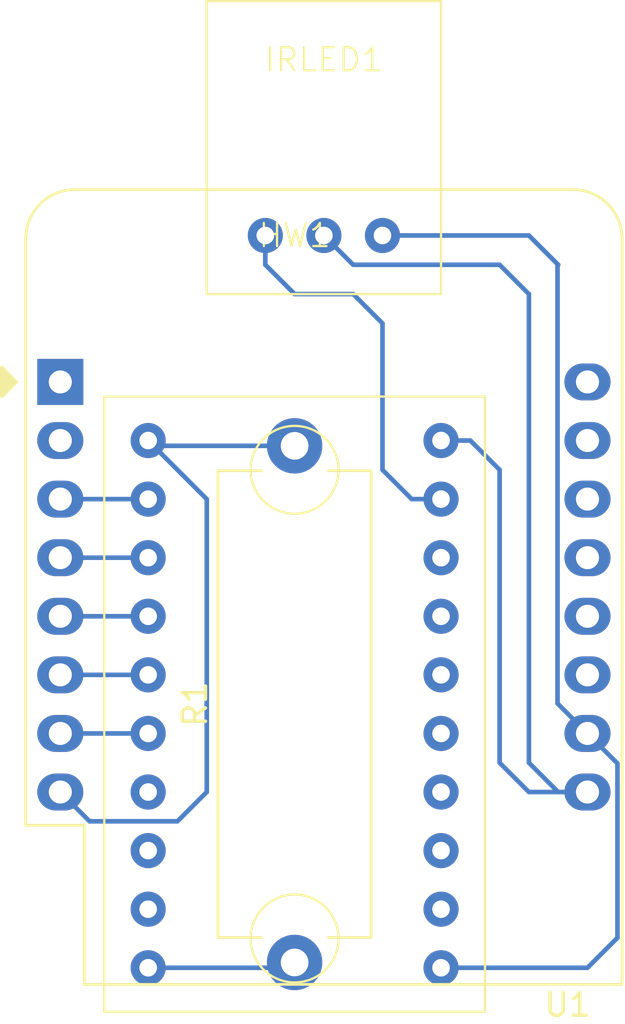
<source format=kicad_pcb>
(kicad_pcb (version 20221018) (generator pcbnew)
  (layers (0 "F.Cu" signal) (31 "B.Cu" signal) (34 "B.Paste" user) (35 "F.Paste" user) (36 "B.SilkS" user "B.Silkscreen") (37 "F.SilkS" user "F.Silkscreen") (38 "B.Mask" user) (39 "F.Mask" user) (44 "Edge.Cuts" user))
  (net 0 "")
  (net 1 "GND")
  (net 2 "+5V")
  (net 3 "Net-(U1-3V3)")
  (net 6 "Net-(U1-D0)")
  (net 7 "Net-(U1-SCK{slash}D5)")
  (net 8 "Net-(U1-MISO{slash}D6)")
  (net 9 "Net-(U1-MOSI{slash}D7)")
  (net 10 "Net-(U1-CS{slash}D8)")
  (net 17 "Net-(HW1-PadB1)")
  (net 18 "Net-(HW1-PadOE)")
  (footprint "Resistor_THT:R_Axial_Power_L20.0mm_W6.4mm_P22.40mm" (layer "F.Cu") (at 121.92 112.8 90)
    (fp_text reference "R1" (at 11.2 -4.32 90) (layer "F.SilkS"))
    (fp_text value "R_US")
    (fp_line (start 1.08 -3.32) (end 21.32 -3.32) (stroke (width 0.12)) (layer "F.SilkS"))
    (fp_line (start 1.08 -1.44) (end 1.08 -3.32) (stroke (width 0.12)) (layer "F.SilkS"))
    (fp_line (start 1.08 1.44) (end 1.08 3.32) (stroke (width 0.12)) (layer "F.SilkS"))
    (fp_line (start 1.08 3.32) (end 21.32 3.32) (stroke (width 0.12)) (layer "F.SilkS"))
    (fp_line (start 21.32 -3.32) (end 21.32 -1.44) (stroke (width 0.12)) (layer "F.SilkS"))
    (fp_line (start 21.32 3.32) (end 21.32 1.44) (stroke (width 0.12)) (layer "F.SilkS"))
    (pad "1" thru_hole circle (at 0 0 90) (size 2.4 2.4) (drill 1.2) (layers "*.Cu" "*.Mask") (net 18 "Net-(HW1-PadOE)"))
    (pad "2" thru_hole oval (at 22.4 0 90) (size 2.4 2.4) (drill 1.2) (layers "*.Cu" "*.Mask") (net 3 "Net-(U1-3V3)"))
  )
  (footprint "Module:WEMOS_D1_mini_light" (layer "F.Cu") (at 111.76 87.63)
    (fp_text reference "U1" (at 22 27) (layer "F.SilkS"))
    (fp_text value "WeMos_D1_mini")
    (fp_line (start -1.5 19.22) (end -1.5 -6.21) (stroke (width 0.12)) (layer "F.SilkS"))
    (fp_line (start -1.5 19.22) (end 1.04 19.22) (stroke (width 0.12)) (layer "F.SilkS"))
    (fp_line (start 1.04 19.22) (end 1.04 26.12) (stroke (width 0.12)) (layer "F.SilkS"))
    (fp_line (start 1.04 26.12) (end 24.36 26.12) (stroke (width 0.12)) (layer "F.SilkS"))
    (fp_line (start 22.24 -8.34) (end 0.63 -8.34) (stroke (width 0.12)) (layer "F.SilkS"))
    (fp_line (start 24.36 26.12) (end 24.36 -6.21) (stroke (width 0.12)) (layer "F.SilkS"))
    (fp_arc (start -1.5 -6.21) (mid -0.876137 -7.716137) (end 0.63 -8.34) (stroke (width 0.12)) (layer "F.SilkS"))
    (fp_arc (start 22.23 -8.34) (mid 23.736137 -7.716137) (end 24.36 -6.21) (stroke (width 0.12)) (layer "F.SilkS"))
    (fp_poly (pts (xy -2.54 -0.635) (xy -2.54 0.635) (xy -1.905 0)) (stroke (width 0.15)) (fill solid) (layer "F.SilkS"))
    (pad "1" thru_hole rect (at 0 0) (size 2 2) (drill 1) (layers "*.Cu" "*.Mask"))
    (pad "2" thru_hole oval (at 0 2.54) (size 2 1.6) (drill 1) (layers "*.Cu" "*.Mask"))
    (pad "3" thru_hole oval (at 0 5.08) (size 2 1.6) (drill 1) (layers "*.Cu" "*.Mask") (net 6 "Net-(U1-D0)"))
    (pad "4" thru_hole oval (at 0 7.62) (size 2 1.6) (drill 1) (layers "*.Cu" "*.Mask") (net 7 "Net-(U1-SCK{slash}D5)"))
    (pad "5" thru_hole oval (at 0 10.16) (size 2 1.6) (drill 1) (layers "*.Cu" "*.Mask") (net 8 "Net-(U1-MISO{slash}D6)"))
    (pad "6" thru_hole oval (at 0 12.7) (size 2 1.6) (drill 1) (layers "*.Cu" "*.Mask") (net 9 "Net-(U1-MOSI{slash}D7)"))
    (pad "7" thru_hole oval (at 0 15.24) (size 2 1.6) (drill 1) (layers "*.Cu" "*.Mask") (net 10 "Net-(U1-CS{slash}D8)"))
    (pad "8" thru_hole oval (at 0 17.78) (size 2 1.6) (drill 1) (layers "*.Cu" "*.Mask") (net 3 "Net-(U1-3V3)"))
    (pad "9" thru_hole oval (at 22.86 17.78) (size 2 1.6) (drill 1) (layers "*.Cu" "*.Mask") (net 2 "+5V"))
    (pad "10" thru_hole oval (at 22.86 15.24) (size 2 1.6) (drill 1) (layers "*.Cu" "*.Mask") (net 1 "GND"))
    (pad "11" thru_hole oval (at 22.86 12.7) (size 2 1.6) (drill 1) (layers "*.Cu" "*.Mask"))
    (pad "12" thru_hole oval (at 22.86 10.16) (size 2 1.6) (drill 1) (layers "*.Cu" "*.Mask"))
    (pad "13" thru_hole oval (at 22.86 7.62) (size 2 1.6) (drill 1) (layers "*.Cu" "*.Mask"))
    (pad "14" thru_hole oval (at 22.86 5.08) (size 2 1.6) (drill 1) (layers "*.Cu" "*.Mask"))
    (pad "15" thru_hole oval (at 22.86 2.54) (size 2 1.6) (drill 1) (layers "*.Cu" "*.Mask"))
    (pad "16" thru_hole oval (at 22.86 0) (size 2 1.6) (drill 1) (layers "*.Cu" "*.Mask"))
  )
  (footprint "Library:IRLED" (layer "F.Cu") (at 123.19 81.28)
    (fp_text reference "IRLED1" (at 0 -7.62 unlocked) (layer "F.SilkS") (effects (font (thickness 0.1))))
    (fp_text value "~")
    (fp_rect (start -5.08 -10.16) (end 5.08 2.54) (stroke (width 0.1)) (fill none) (layer "F.SilkS"))
    (pad "DAT" thru_hole circle (at -2.54 0) (size 1.524 1.524) (drill 0.762) (layers "*.Cu" "*.Mask") (net 17 "Net-(HW1-PadB1)"))
    (pad "GND" thru_hole circle (at 2.54 0) (size 1.524 1.524) (drill 0.762) (layers "*.Cu" "*.Mask") (net 1 "GND"))
    (pad "VCC" thru_hole circle (at 0 0) (size 1.524 1.524) (drill 0.762) (layers "*.Cu" "*.Mask") (net 2 "+5V"))
  )
  (footprint "Library:HW221" (layer "F.Cu") (at 121.92 101.6)
    (fp_text reference "HW1" (at 0 -20.32 unlocked) (layer "F.SilkS") (effects (font (thickness 0.1))))
    (fp_text value "~")
    (fp_rect (start -8.255 -13.335) (end 8.255 13.335) (stroke (width 0.1)) (fill none) (layer "F.SilkS"))
    (fp_circle (center 0 -10.16) (end 0 -8.255) (stroke (width 0.1)) (fill none) (layer "F.SilkS"))
    (fp_circle (center 0 10.16) (end 0 12.065) (stroke (width 0.1)) (fill none) (layer "F.SilkS"))
    (pad "A1" thru_hole circle (at -6.35 -8.89) (size 1.524 1.524) (drill 0.762) (layers "*.Cu" "*.Mask") (net 6 "Net-(U1-D0)"))
    (pad "A2" thru_hole circle (at -6.35 -6.35) (size 1.524 1.524) (drill 0.762) (layers "*.Cu" "*.Mask") (net 7 "Net-(U1-SCK{slash}D5)"))
    (pad "A3" thru_hole circle (at -6.35 -3.81) (size 1.524 1.524) (drill 0.762) (layers "*.Cu" "*.Mask") (net 8 "Net-(U1-MISO{slash}D6)"))
    (pad "A4" thru_hole circle (at -6.35 -1.27) (size 1.524 1.524) (drill 0.762) (layers "*.Cu" "*.Mask") (net 9 "Net-(U1-MOSI{slash}D7)"))
    (pad "A5" thru_hole circle (at -6.35 1.27) (size 1.524 1.524) (drill 0.762) (layers "*.Cu" "*.Mask") (net 10 "Net-(U1-CS{slash}D8)"))
    (pad "A6" thru_hole circle (at -6.35 3.81) (size 1.524 1.524) (drill 0.762) (layers "*.Cu" "*.Mask"))
    (pad "A7" thru_hole circle (at -6.35 6.35) (size 1.524 1.524) (drill 0.762) (layers "*.Cu" "*.Mask"))
    (pad "A8" thru_hole circle (at -6.35 8.89) (size 1.524 1.524) (drill 0.762) (layers "*.Cu" "*.Mask"))
    (pad "B1" thru_hole circle (at 6.35 -8.89) (size 1.524 1.524) (drill 0.762) (layers "*.Cu" "*.Mask") (net 17 "Net-(HW1-PadB1)"))
    (pad "B2" thru_hole circle (at 6.35 -6.35) (size 1.524 1.524) (drill 0.762) (layers "*.Cu" "*.Mask"))
    (pad "B3" thru_hole circle (at 6.35 -3.81) (size 1.524 1.524) (drill 0.762) (layers "*.Cu" "*.Mask"))
    (pad "B4" thru_hole circle (at 6.35 -1.27) (size 1.524 1.524) (drill 0.762) (layers "*.Cu" "*.Mask"))
    (pad "B5" thru_hole circle (at 6.35 1.27) (size 1.524 1.524) (drill 0.762) (layers "*.Cu" "*.Mask"))
    (pad "B6" thru_hole circle (at 6.35 3.81) (size 1.524 1.524) (drill 0.762) (layers "*.Cu" "*.Mask"))
    (pad "B7" thru_hole circle (at 6.35 6.35) (size 1.524 1.524) (drill 0.762) (layers "*.Cu" "*.Mask"))
    (pad "B8" thru_hole circle (at 6.35 8.89) (size 1.524 1.524) (drill 0.762) (layers "*.Cu" "*.Mask"))
    (pad "GND" thru_hole circle (at 6.35 11.43) (size 1.524 1.524) (drill 0.762) (layers "*.Cu" "*.Mask") (net 1 "GND"))
    (pad "OE" thru_hole circle (at -6.35 11.43) (size 1.524 1.524) (drill 0.762) (layers "*.Cu" "*.Mask") (net 18 "Net-(HW1-PadOE)"))
    (pad "VA" thru_hole circle (at -6.35 -11.43) (size 1.524 1.524) (drill 0.762) (layers "*.Cu" "*.Mask") (net 3 "Net-(U1-3V3)"))
    (pad "VB" thru_hole circle (at 6.35 -11.43) (size 1.524 1.524) (drill 0.762) (layers "*.Cu" "*.Mask") (net 2 "+5V"))
  )
  (segment (start 133.32 101.57) (end 133.32 82.58) (width 0.2) (layer "B.Cu") (net 1))
  (segment (start 135.92 111.73) (end 134.62 113.03) (width 0.2) (layer "B.Cu") (net 1))
  (segment (start 135.92 104.17) (end 135.92 111.73) (width 0.2) (layer "B.Cu") (net 1))
  (segment (start 134.62 102.87) (end 135.92 104.17) (width 0.2) (layer "B.Cu") (net 1))
  (segment (start 134.62 113.03) (end 128.27 113.03) (width 0.2) (layer "B.Cu") (net 1))
  (segment (start 133.32 82.58) (end 133.35 82.55) (width 0.2) (layer "B.Cu") (net 1))
  (segment (start 133.35 82.55) (end 132.08 81.28) (width 0.2) (layer "B.Cu") (net 1))
  (segment (start 132.08 81.28) (end 125.73 81.28) (width 0.2) (layer "B.Cu") (net 1))
  (segment (start 134.62 102.87) (end 133.32 101.57) (width 0.2) (layer "B.Cu") (net 1))
  (segment (start 130.81 104.14) (end 132.08 105.41) (width 0.2) (layer "B.Cu") (net 2))
  (segment (start 130.81 91.44) (end 130.81 104.14) (width 0.2) (layer "B.Cu") (net 2))
  (segment (start 128.27 90.17) (end 129.54 90.17) (width 0.2) (layer "B.Cu") (net 2))
  (segment (start 130.81 82.55) (end 132.08 83.82) (width 0.2) (layer "B.Cu") (net 2))
  (segment (start 132.08 104.14) (end 133.35 105.41) (width 0.2) (layer "B.Cu") (net 2))
  (segment (start 129.54 90.17) (end 130.81 91.44) (width 0.2) (layer "B.Cu") (net 2))
  (segment (start 133.35 105.41) (end 134.62 105.41) (width 0.2) (layer "B.Cu") (net 2))
  (segment (start 123.19 81.28) (end 124.46 82.55) (width 0.2) (layer "B.Cu") (net 2))
  (segment (start 132.08 83.82) (end 132.08 104.14) (width 0.2) (layer "B.Cu") (net 2))
  (segment (start 124.46 82.55) (end 130.81 82.55) (width 0.2) (layer "B.Cu") (net 2))
  (segment (start 132.08 105.41) (end 134.62 105.41) (width 0.2) (layer "B.Cu") (net 2))
  (segment (start 118.11 105.41) (end 116.84 106.68) (width 0.2) (layer "B.Cu") (net 3))
  (segment (start 121.92 90.4) (end 115.8 90.4) (width 0.2) (layer "B.Cu") (net 3))
  (segment (start 116.84 106.68) (end 113.03 106.68) (width 0.2) (layer "B.Cu") (net 3))
  (segment (start 115.57 90.17) (end 118.11 92.71) (width 0.2) (layer "B.Cu") (net 3))
  (segment (start 118.11 92.71) (end 118.11 105.41) (width 0.2) (layer "B.Cu") (net 3))
  (segment (start 113.03 106.68) (end 111.76 105.41) (width 0.2) (layer "B.Cu") (net 3))
  (segment (start 115.8 90.4) (end 115.57 90.17) (width 0.2) (layer "B.Cu") (net 3))
  (segment (start 115.57 92.71) (end 111.76 92.71) (width 0.2) (layer "B.Cu") (net 6))
  (segment (start 115.57 95.25) (end 111.76 95.25) (width 0.2) (layer "B.Cu") (net 7))
  (segment (start 115.57 97.79) (end 111.76 97.79) (width 0.2) (layer "B.Cu") (net 8))
  (segment (start 115.57 100.33) (end 111.76 100.33) (width 0.2) (layer "B.Cu") (net 9))
  (segment (start 115.57 102.87) (end 111.76 102.87) (width 0.2) (layer "B.Cu") (net 10))
  (segment (start 125.73 85.09) (end 125.73 91.44) (width 0.2) (layer "B.Cu") (net 17))
  (segment (start 125.73 91.44) (end 127 92.71) (width 0.2) (layer "B.Cu") (net 17))
  (segment (start 127 92.71) (end 128.27 92.71) (width 0.2) (layer "B.Cu") (net 17))
  (segment (start 120.65 82.55) (end 121.92 83.82) (width 0.2) (layer "B.Cu") (net 17))
  (segment (start 124.46 83.82) (end 125.73 85.09) (width 0.2) (layer "B.Cu") (net 17))
  (segment (start 120.65 81.28) (end 120.65 82.55) (width 0.2) (layer "B.Cu") (net 17))
  (segment (start 121.92 83.82) (end 124.46 83.82) (width 0.2) (layer "B.Cu") (net 17))
  (segment (start 115.57 113.03) (end 121.69 113.03) (width 0.2) (layer "B.Cu") (net 18))
  (segment (start 121.69 113.03) (end 121.92 112.8) (width 0.2) (layer "B.Cu") (net 18))
)
</source>
